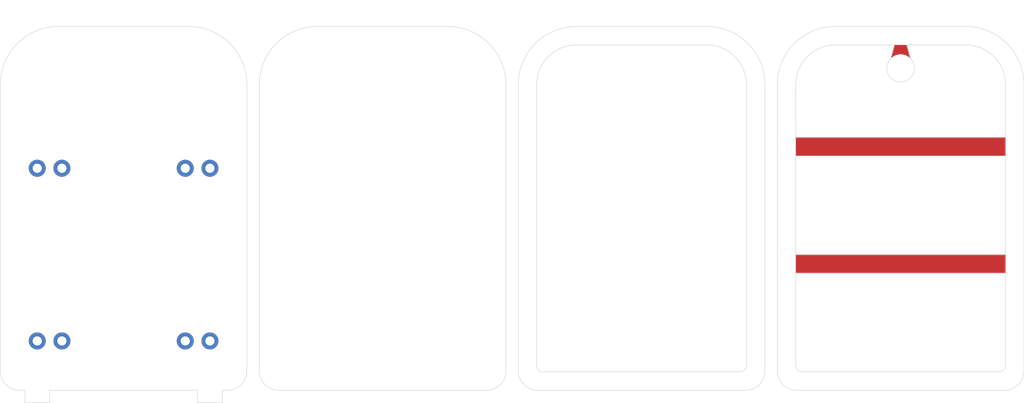
<source format=kicad_pcb>
(kicad_pcb (version 20241229) (generator "pcbnew") (generator_version "9.0")
  (layers (0 "F.Cu" signal) (2 "B.Cu" signal) (13 "F.Paste" user) (15 "B.Paste" user) (5 "F.SilkS" user "F.Silkscreen") (7 "B.SilkS" user "B.Silkscreen") (1 "F.Mask" user) (3 "B.Mask" user) (25 "Edge.Cuts" user))
  (net 0 "")
  (footprint "MiniBadge:MiniBadge_Simple_NoEdges" (layer "F.Cu") (at 152.4 88.9)
    (property "Reference" "REF**" (hide yes))
    (property "Value" "MiniBadge_Simple_NoEdges")
    (pad "1" thru_hole circle (at 1.27 1.27) (size 1.75 1.75) (drill 0.95) (layers "*.Cu" "*.Mask"))
    (pad "2" thru_hole circle (at 3.81 1.27) (size 1.75 1.75) (drill 0.95) (layers "*.Cu" "*.Mask"))
    (pad "7" thru_hole circle (at 16.51 1.27) (size 1.75 1.75) (drill 0.95) (layers "*.Cu" "*.Mask"))
    (pad "8" thru_hole circle (at 19.05 1.27) (size 1.75 1.75) (drill 0.95) (layers "*.Cu" "*.Mask"))
    (pad "9" thru_hole circle (at 1.27 19.05) (size 1.75 1.75) (drill 0.95) (layers "*.Cu" "*.Mask"))
    (pad "10" thru_hole circle (at 3.81 19.05) (size 1.75 1.75) (drill 0.95) (layers "*.Cu" "*.Mask"))
    (pad "15" thru_hole circle (at 16.51 19.05) (size 1.75 1.75) (drill 0.95) (layers "*.Cu" "*.Mask"))
    (pad "16" thru_hole circle (at 19.05 19.05) (size 1.75 1.75) (drill 0.95) (layers "*.Cu" "*.Mask"))
  )
  (gr_rect (start 231.775 86.995) (end 253.365 88.9) (fill yes) (layer "F.Cu"))
  (gr_poly (pts (xy 243.205 77.47) (xy 243.574022 78.856081) (arc (start 243.574023 78.856081) (mid 242.570001 78.440199) (end 241.565979 78.856079)) (xy 241.935 77.47)) (fill yes) (layer "F.Cu"))
  (gr_rect (start 231.775 99.06) (end 253.365 100.965) (fill yes) (layer "F.Cu"))
  (gr_arc (start 222.6 77.47) (mid 225.495602 78.669398) (end 226.695 81.565) (stroke (width 0.05)) (layer "Edge.Cuts"))
  (gr_line (start 226.695 110.49) (end 226.695 81.565) (stroke (width 0.05)) (layer "Edge.Cuts"))
  (gr_arc (start 226.695 110.49) (mid 226.509013 110.939013) (end 226.06 111.125) (stroke (width 0.05)) (layer "Edge.Cuts"))
  (gr_arc (start 205.74 111.134905) (mid 205.283983 110.946017) (end 205.095095 110.49) (stroke (width 0.05)) (layer "Edge.Cuts"))
  (gr_arc (start 203.2 81.565) (mid 204.957359 77.322359) (end 209.2 75.565) (stroke (width 0.05)) (layer "Edge.Cuts"))
  (gr_line (start 253.365 110.49) (end 253.365 100.965) (stroke (width 0.05)) (layer "Edge.Cuts"))
  (gr_arc (start 205.2 113.03) (mid 203.785786 112.444214) (end 203.2 111.03) (stroke (width 0.05)) (layer "Edge.Cuts"))
  (gr_line (start 154.94 114.3) (end 154.94 113.03) (stroke (width 0.05)) (layer "Edge.Cuts"))
  (gr_arc (start 253.365 110.49) (mid 253.179013 110.939013) (end 252.73 111.125) (stroke (width 0.05)) (layer "Edge.Cuts"))
  (gr_line (start 253.365 99.06) (end 253.365 88.9) (stroke (width 0.05)) (layer "Edge.Cuts"))
  (gr_line (start 179.07 113.03) (end 199.39 113.03) (stroke (width 0.05)) (layer "Edge.Cuts"))
  (gr_arc (start 243.574023 78.856077) (mid 242.57 81.28) (end 241.565977 78.856077) (stroke (width 0.05)) (layer "Edge.Cuts"))
  (gr_line (start 152.4 114.3) (end 154.94 114.3) (stroke (width 0.05)) (layer "Edge.Cuts"))
  (gr_line (start 226.6 113.03) (end 226.06 113.03) (stroke (width 0.05)) (layer "Edge.Cuts"))
  (gr_line (start 228.6 81.565) (end 228.6 111.03) (stroke (width 0.05)) (layer "Edge.Cuts"))
  (gr_line (start 203.2 111.03) (end 203.2 81.565) (stroke (width 0.05)) (layer "Edge.Cuts"))
  (gr_arc (start 232.41 111.134905) (mid 231.953983 110.946017) (end 231.765095 110.49) (stroke (width 0.05)) (layer "Edge.Cuts"))
  (gr_line (start 205.74 111.125) (end 226.06 111.125) (stroke (width 0.05)) (layer "Edge.Cuts"))
  (gr_arc (start 149.86 81.565) (mid 151.617359 77.322359) (end 155.86 75.565) (stroke (width 0.05)) (layer "Edge.Cuts"))
  (gr_line (start 231.765095 81.574905) (end 231.775 86.995) (stroke (width 0.05)) (layer "Edge.Cuts"))
  (gr_line (start 229.87 111.03) (end 229.87 81.565) (stroke (width 0.05)) (layer "Edge.Cuts"))
  (gr_line (start 170.18 114.3) (end 170.18 113.03) (stroke (width 0.05)) (layer "Edge.Cuts"))
  (gr_arc (start 201.93 111.03) (mid 201.344214 112.444214) (end 199.93 113.03) (stroke (width 0.05)) (layer "Edge.Cuts"))
  (gr_line (start 231.765095 88.9) (end 231.765095 99.06) (stroke (width 0.05)) (layer "Edge.Cuts"))
  (gr_arc (start 231.765094 81.574905) (mid 232.967393 78.672299) (end 235.869999 77.47) (stroke (width 0.05)) (layer "Edge.Cuts"))
  (gr_arc (start 222.6 75.565) (mid 226.842641 77.322359) (end 228.6 81.565) (stroke (width 0.05)) (layer "Edge.Cuts"))
  (gr_line (start 173.26 113.03) (end 172.72 113.03) (stroke (width 0.05)) (layer "Edge.Cuts"))
  (gr_arc (start 195.93 75.565) (mid 200.172641 77.322359) (end 201.93 81.565) (stroke (width 0.05)) (layer "Edge.Cuts"))
  (gr_line (start 232.41 113.03) (end 252.73 113.03) (stroke (width 0.05)) (layer "Edge.Cuts"))
  (gr_line (start 178.53 113.03) (end 179.07 113.03) (stroke (width 0.05)) (layer "Edge.Cuts"))
  (gr_line (start 253.27 113.03) (end 252.73 113.03) (stroke (width 0.05)) (layer "Edge.Cuts"))
  (gr_line (start 155.86 75.565) (end 169.26 75.565) (stroke (width 0.05)) (layer "Edge.Cuts"))
  (gr_line (start 235.87 75.565) (end 249.27 75.565) (stroke (width 0.05)) (layer "Edge.Cuts"))
  (gr_line (start 175.26 81.565) (end 175.26 111.03) (stroke (width 0.05)) (layer "Edge.Cuts"))
  (gr_line (start 199.93 113.03) (end 199.39 113.03) (stroke (width 0.05)) (layer "Edge.Cuts"))
  (gr_line (start 231.765095 100.965) (end 253.355095 100.965) (stroke (width 0.05)) (layer "Edge.Cuts"))
  (gr_line (start 172.72 114.3) (end 170.18 114.3) (stroke (width 0.05)) (layer "Edge.Cuts"))
  (gr_arc (start 228.6 111.03) (mid 228.014214 112.444214) (end 226.6 113.03) (stroke (width 0.05)) (layer "Edge.Cuts"))
  (gr_arc (start 178.53 113.03) (mid 177.115786 112.444214) (end 176.53 111.03) (stroke (width 0.05)) (layer "Edge.Cuts"))
  (gr_line (start 231.765095 100.965) (end 231.765095 110.49) (stroke (width 0.05)) (layer "Edge.Cuts"))
  (gr_line (start 152.4 113.03) (end 152.4 114.3) (stroke (width 0.05)) (layer "Edge.Cuts"))
  (gr_line (start 205.2 113.03) (end 205.74 113.03) (stroke (width 0.05)) (layer "Edge.Cuts"))
  (gr_arc (start 229.87 81.565) (mid 231.627359 77.322359) (end 235.87 75.565) (stroke (width 0.05)) (layer "Edge.Cuts"))
  (gr_line (start 243.574022 78.856077) (end 243.205 77.47) (stroke (width 0.05)) (layer "Edge.Cuts"))
  (gr_arc (start 169.26 75.565) (mid 173.502641 77.322359) (end 175.26 81.565) (stroke (width 0.05)) (layer "Edge.Cuts"))
  (gr_line (start 205.095095 81.574905) (end 205.095095 110.49) (stroke (width 0.05)) (layer "Edge.Cuts"))
  (gr_line (start 149.86 111.03) (end 149.86 81.565) (stroke (width 0.05)) (layer "Edge.Cuts"))
  (gr_line (start 231.775 88.9) (end 253.365 88.9) (stroke (width 0.05)) (layer "Edge.Cuts"))
  (gr_line (start 222.6 77.47) (end 209.207018 77.47) (stroke (width 0.05)) (layer "Edge.Cuts"))
  (gr_line (start 231.87 113.03) (end 232.41 113.03) (stroke (width 0.05)) (layer "Edge.Cuts"))
  (gr_arc (start 255.27 111.03) (mid 254.684214 112.444214) (end 253.27 113.03) (stroke (width 0.05)) (layer "Edge.Cuts"))
  (gr_arc (start 175.26 111.03) (mid 174.674214 112.444214) (end 173.26 113.03) (stroke (width 0.05)) (layer "Edge.Cuts"))
  (gr_arc (start 249.27 77.47) (mid 252.165602 78.669398) (end 253.365 81.565) (stroke (width 0.05)) (layer "Edge.Cuts"))
  (gr_line (start 182.53 75.565) (end 195.93 75.565) (stroke (width 0.05)) (layer "Edge.Cuts"))
  (gr_line (start 151.86 113.03) (end 152.4 113.03) (stroke (width 0.05)) (layer "Edge.Cuts"))
  (gr_line (start 172.72 113.03) (end 172.72 114.3) (stroke (width 0.05)) (layer "Edge.Cuts"))
  (gr_arc (start 249.27 75.565) (mid 253.512641 77.322359) (end 255.27 81.565) (stroke (width 0.05)) (layer "Edge.Cuts"))
  (gr_line (start 232.41 111.125) (end 252.73 111.125) (stroke (width 0.05)) (layer "Edge.Cuts"))
  (gr_line (start 253.365 86.995) (end 253.365 81.565) (stroke (width 0.05)) (layer "Edge.Cuts"))
  (gr_line (start 209.2 75.565) (end 222.6 75.565) (stroke (width 0.05)) (layer "Edge.Cuts"))
  (gr_line (start 241.935 77.47) (end 235.877018 77.47) (stroke (width 0.05)) (layer "Edge.Cuts"))
  (gr_arc (start 231.87 113.03) (mid 230.455786 112.444214) (end 229.87 111.03) (stroke (width 0.05)) (layer "Edge.Cuts"))
  (gr_line (start 154.94 113.03) (end 170.18 113.03) (stroke (width 0.05)) (layer "Edge.Cuts"))
  (gr_line (start 249.27 77.47) (end 243.205 77.47) (stroke (width 0.05)) (layer "Edge.Cuts"))
  (gr_arc (start 151.86 113.03) (mid 150.445786 112.444214) (end 149.86 111.03) (stroke (width 0.05)) (layer "Edge.Cuts"))
  (gr_line (start 241.565977 78.856078) (end 241.935 77.47) (stroke (width 0.05)) (layer "Edge.Cuts"))
  (gr_line (start 231.775 86.995) (end 253.365 86.995) (stroke (width 0.05)) (layer "Edge.Cuts"))
  (gr_line (start 176.53 111.03) (end 176.53 81.565) (stroke (width 0.05)) (layer "Edge.Cuts"))
  (gr_arc (start 176.53 81.565) (mid 178.287359 77.322359) (end 182.53 75.565) (stroke (width 0.05)) (layer "Edge.Cuts"))
  (gr_line (start 231.775 99.06) (end 253.365 99.06) (stroke (width 0.05)) (layer "Edge.Cuts"))
  (gr_line (start 205.74 113.03) (end 226.06 113.03) (stroke (width 0.05)) (layer "Edge.Cuts"))
  (gr_arc (start 205.095094 81.574905) (mid 206.297393 78.672299) (end 209.199999 77.47) (stroke (width 0.05)) (layer "Edge.Cuts"))
  (gr_line (start 201.93 81.565) (end 201.93 111.03) (stroke (width 0.05)) (layer "Edge.Cuts"))
  (gr_line (start 255.27 81.565) (end 255.27 111.03) (stroke (width 0.05)) (layer "Edge.Cuts"))
)
</source>
